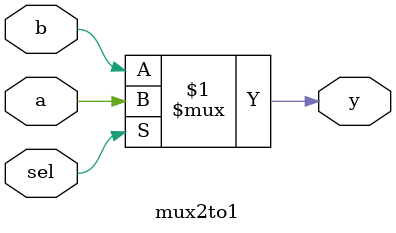
<source format=v>
module mux2to1(a,b,sel,y);
input a,b,sel;
output y;

assign y = sel ? a:b;

endmodule

</source>
